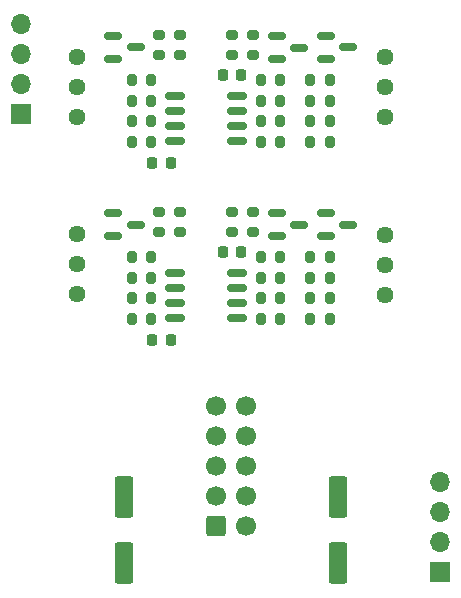
<source format=gbr>
%TF.GenerationSoftware,KiCad,Pcbnew,7.0.10*%
%TF.CreationDate,2024-02-20T21:55:58-06:00*%
%TF.ProjectId,Dual_VCA,4475616c-5f56-4434-912e-6b696361645f,rev?*%
%TF.SameCoordinates,Original*%
%TF.FileFunction,Soldermask,Top*%
%TF.FilePolarity,Negative*%
%FSLAX46Y46*%
G04 Gerber Fmt 4.6, Leading zero omitted, Abs format (unit mm)*
G04 Created by KiCad (PCBNEW 7.0.10) date 2024-02-20 21:55:58*
%MOMM*%
%LPD*%
G01*
G04 APERTURE LIST*
G04 Aperture macros list*
%AMRoundRect*
0 Rectangle with rounded corners*
0 $1 Rounding radius*
0 $2 $3 $4 $5 $6 $7 $8 $9 X,Y pos of 4 corners*
0 Add a 4 corners polygon primitive as box body*
4,1,4,$2,$3,$4,$5,$6,$7,$8,$9,$2,$3,0*
0 Add four circle primitives for the rounded corners*
1,1,$1+$1,$2,$3*
1,1,$1+$1,$4,$5*
1,1,$1+$1,$6,$7*
1,1,$1+$1,$8,$9*
0 Add four rect primitives between the rounded corners*
20,1,$1+$1,$2,$3,$4,$5,0*
20,1,$1+$1,$4,$5,$6,$7,0*
20,1,$1+$1,$6,$7,$8,$9,0*
20,1,$1+$1,$8,$9,$2,$3,0*%
G04 Aperture macros list end*
%ADD10RoundRect,0.200000X0.200000X0.275000X-0.200000X0.275000X-0.200000X-0.275000X0.200000X-0.275000X0*%
%ADD11RoundRect,0.200000X-0.200000X-0.275000X0.200000X-0.275000X0.200000X0.275000X-0.200000X0.275000X0*%
%ADD12RoundRect,0.225000X-0.225000X-0.250000X0.225000X-0.250000X0.225000X0.250000X-0.225000X0.250000X0*%
%ADD13RoundRect,0.150000X-0.675000X-0.150000X0.675000X-0.150000X0.675000X0.150000X-0.675000X0.150000X0*%
%ADD14RoundRect,0.200000X-0.275000X0.200000X-0.275000X-0.200000X0.275000X-0.200000X0.275000X0.200000X0*%
%ADD15RoundRect,0.150000X-0.587500X-0.150000X0.587500X-0.150000X0.587500X0.150000X-0.587500X0.150000X0*%
%ADD16RoundRect,0.250000X-0.550000X1.500000X-0.550000X-1.500000X0.550000X-1.500000X0.550000X1.500000X0*%
%ADD17RoundRect,0.200000X0.275000X-0.200000X0.275000X0.200000X-0.275000X0.200000X-0.275000X-0.200000X0*%
%ADD18C,1.440000*%
%ADD19RoundRect,0.250000X-0.600000X-0.600000X0.600000X-0.600000X0.600000X0.600000X-0.600000X0.600000X0*%
%ADD20C,1.700000*%
%ADD21R,1.700000X1.700000*%
%ADD22O,1.700000X1.700000*%
G04 APERTURE END LIST*
D10*
%TO.C,R19*%
X132691250Y-112825000D03*
X131041250Y-112825000D03*
%TD*%
D11*
%TO.C,R2*%
X115928750Y-129575000D03*
X117578750Y-129575000D03*
%TD*%
D10*
%TO.C,R21*%
X128528750Y-111075000D03*
X126878750Y-111075000D03*
%TD*%
D12*
%TO.C,C5*%
X123660000Y-125630000D03*
X125210000Y-125630000D03*
%TD*%
D10*
%TO.C,R13*%
X132691250Y-131325000D03*
X131041250Y-131325000D03*
%TD*%
D13*
%TO.C,U2*%
X119603750Y-112445000D03*
X119603750Y-113715000D03*
X119603750Y-114985000D03*
X119603750Y-116255000D03*
X124853750Y-116255000D03*
X124853750Y-114985000D03*
X124853750Y-113715000D03*
X124853750Y-112445000D03*
%TD*%
D10*
%TO.C,R12*%
X128528750Y-127825000D03*
X126878750Y-127825000D03*
%TD*%
%TO.C,R8*%
X132691250Y-127825000D03*
X131041250Y-127825000D03*
%TD*%
D11*
%TO.C,R28*%
X115928750Y-114575000D03*
X117578750Y-114575000D03*
%TD*%
D14*
%TO.C,R15*%
X124460000Y-122280000D03*
X124460000Y-123930000D03*
%TD*%
%TO.C,R5*%
X118260000Y-122275000D03*
X118260000Y-123925000D03*
%TD*%
D15*
%TO.C,Q5*%
X132360000Y-107375000D03*
X132360000Y-109275000D03*
X134235000Y-108325000D03*
%TD*%
D16*
%TO.C,C1*%
X115285000Y-146380000D03*
X115285000Y-151980000D03*
%TD*%
D15*
%TO.C,Q3*%
X128210000Y-107380000D03*
X128210000Y-109280000D03*
X130085000Y-108330000D03*
%TD*%
D16*
%TO.C,C2*%
X133385000Y-146355000D03*
X133385000Y-151955000D03*
%TD*%
D10*
%TO.C,R11*%
X132685000Y-126080000D03*
X131035000Y-126080000D03*
%TD*%
%TO.C,R22*%
X128528750Y-116325000D03*
X126878750Y-116325000D03*
%TD*%
D17*
%TO.C,R27*%
X126210000Y-108925000D03*
X126210000Y-107275000D03*
%TD*%
D10*
%TO.C,R25*%
X132685000Y-111080000D03*
X131035000Y-111080000D03*
%TD*%
%TO.C,R14*%
X128528750Y-126075000D03*
X126878750Y-126075000D03*
%TD*%
D11*
%TO.C,R4*%
X115928750Y-126075000D03*
X117578750Y-126075000D03*
%TD*%
D10*
%TO.C,R20*%
X128528750Y-114575000D03*
X126878750Y-114575000D03*
%TD*%
D14*
%TO.C,R31*%
X118260000Y-107275000D03*
X118260000Y-108925000D03*
%TD*%
D15*
%TO.C,Q4*%
X128210000Y-122380000D03*
X128210000Y-124280000D03*
X130085000Y-123330000D03*
%TD*%
D10*
%TO.C,R26*%
X132691250Y-116325000D03*
X131041250Y-116325000D03*
%TD*%
D17*
%TO.C,R6*%
X126210000Y-123925000D03*
X126210000Y-122275000D03*
%TD*%
D10*
%TO.C,R18*%
X132691250Y-114575000D03*
X131041250Y-114575000D03*
%TD*%
D15*
%TO.C,Q2*%
X132360000Y-122375000D03*
X132360000Y-124275000D03*
X134235000Y-123325000D03*
%TD*%
D12*
%TO.C,C3*%
X123660000Y-110630000D03*
X125210000Y-110630000D03*
%TD*%
D10*
%TO.C,R7*%
X132691250Y-129575000D03*
X131041250Y-129575000D03*
%TD*%
%TO.C,R10*%
X128528750Y-129575000D03*
X126878750Y-129575000D03*
%TD*%
D18*
%TO.C,RV6*%
X111278750Y-114220000D03*
X111278750Y-111680000D03*
X111278750Y-109140000D03*
%TD*%
%TO.C,RV4*%
X137341250Y-114230000D03*
X137341250Y-111690000D03*
X137341250Y-109150000D03*
%TD*%
%TO.C,RV2*%
X111278750Y-129230000D03*
X111278750Y-126690000D03*
X111278750Y-124150000D03*
%TD*%
%TO.C,RV3*%
X137341250Y-129250000D03*
X137341250Y-126710000D03*
X137341250Y-124170000D03*
%TD*%
D19*
%TO.C,J4*%
X123045000Y-148855000D03*
D20*
X125585000Y-148855000D03*
X123045000Y-146315000D03*
X125585000Y-146315000D03*
X123045000Y-143775000D03*
X125585000Y-143775000D03*
X123045000Y-141235000D03*
X125585000Y-141235000D03*
X123045000Y-138695000D03*
X125585000Y-138695000D03*
%TD*%
D11*
%TO.C,R32*%
X115928750Y-111075000D03*
X117578750Y-111075000D03*
%TD*%
%TO.C,R3*%
X115928750Y-127825000D03*
X117578750Y-127825000D03*
%TD*%
D15*
%TO.C,Q1*%
X114385000Y-122375000D03*
X114385000Y-124275000D03*
X116260000Y-123325000D03*
%TD*%
D14*
%TO.C,R23*%
X124460000Y-107280000D03*
X124460000Y-108930000D03*
%TD*%
%TO.C,R24*%
X120010000Y-107280000D03*
X120010000Y-108930000D03*
%TD*%
D15*
%TO.C,Q6*%
X114385000Y-107375000D03*
X114385000Y-109275000D03*
X116260000Y-108325000D03*
%TD*%
D12*
%TO.C,C4*%
X117685000Y-118080000D03*
X119235000Y-118080000D03*
%TD*%
%TO.C,C6*%
X117685000Y-133080000D03*
X119235000Y-133080000D03*
%TD*%
D10*
%TO.C,R9*%
X128528750Y-131325000D03*
X126878750Y-131325000D03*
%TD*%
D21*
%TO.C,J8*%
X106560000Y-113930000D03*
D22*
X106560000Y-111390000D03*
X106560000Y-108850000D03*
X106560000Y-106310000D03*
%TD*%
D21*
%TO.C,J12*%
X142010000Y-152730000D03*
D22*
X142010000Y-150190000D03*
X142010000Y-147650000D03*
X142010000Y-145110000D03*
%TD*%
D10*
%TO.C,R29*%
X117578750Y-116325000D03*
X115928750Y-116325000D03*
%TD*%
D13*
%TO.C,U1*%
X119603750Y-127445000D03*
X119603750Y-128715000D03*
X119603750Y-129985000D03*
X119603750Y-131255000D03*
X124853750Y-131255000D03*
X124853750Y-129985000D03*
X124853750Y-128715000D03*
X124853750Y-127445000D03*
%TD*%
D11*
%TO.C,R30*%
X115928750Y-112825000D03*
X117578750Y-112825000D03*
%TD*%
D10*
%TO.C,R1*%
X117578750Y-131325000D03*
X115928750Y-131325000D03*
%TD*%
%TO.C,R17*%
X128528750Y-112825000D03*
X126878750Y-112825000D03*
%TD*%
D14*
%TO.C,R16*%
X120010000Y-122280000D03*
X120010000Y-123930000D03*
%TD*%
M02*

</source>
